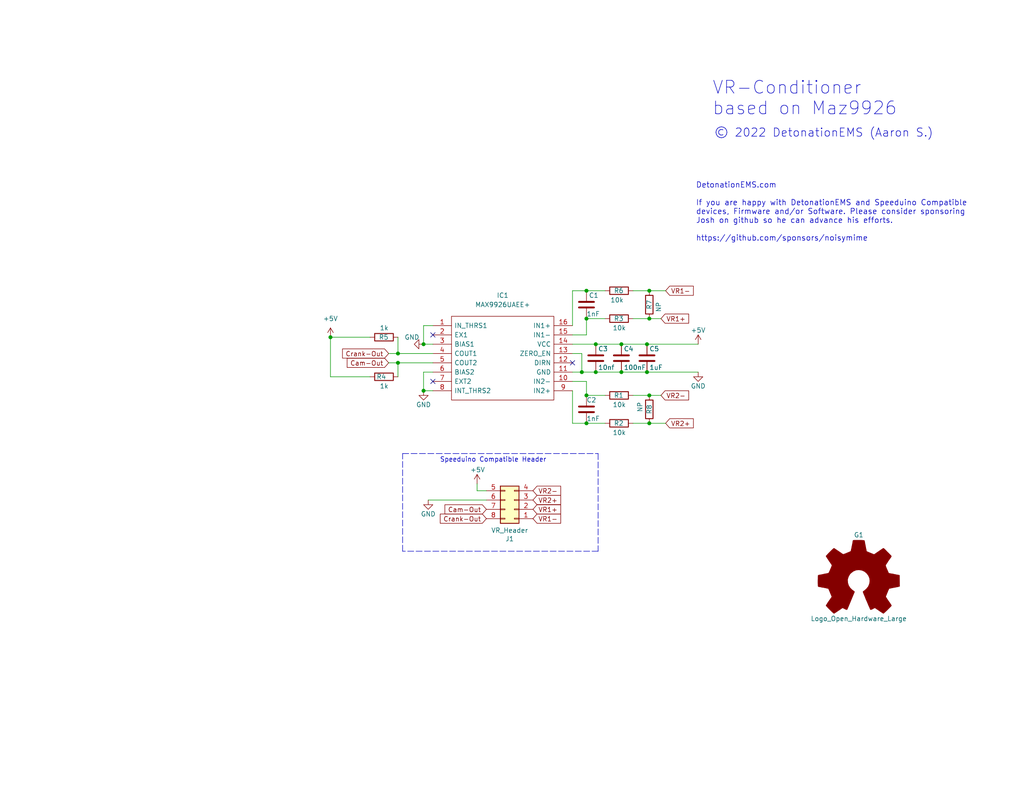
<source format=kicad_sch>
(kicad_sch (version 20211123) (generator eeschema)
  (paper "USLetter")
  (title_block (title "VR-Conditioner") (date "2022-10-26") (rev "1") (company "DetonationEMS") (comment 1 "detonationems.com"))
  (lib_symbols
    (symbol "Connector_Generic:Conn_02x04_Counter_Clockwise" (pin_names (offset 1.016) hide)
      (property "Reference" "J" (at 1.27 5.08 0))
      (property "Value" "Conn_02x04_Counter_Clockwise" (at 1.27 -7.62 0))
      (symbol "Conn_02x04_Counter_Clockwise_1_1"
        (rectangle (start -1.27 -4.953) (end 0 -5.207) (stroke (width 0.1524)))
        (rectangle (start -1.27 -2.413) (end 0 -2.667) (stroke (width 0.1524)))
        (rectangle (start -1.27 0.127) (end 0 -0.127) (stroke (width 0.1524)))
        (rectangle (start -1.27 2.667) (end 0 2.413) (stroke (width 0.1524)))
        (rectangle (start -1.27 3.81) (end 3.81 -6.35) (stroke (width 0.254)) (fill (type background)))
        (rectangle (start 3.81 -4.953) (end 2.54 -5.207) (stroke (width 0.1524)))
        (rectangle (start 3.81 -2.413) (end 2.54 -2.667) (stroke (width 0.1524)))
        (rectangle (start 3.81 0.127) (end 2.54 -0.127) (stroke (width 0.1524)))
        (rectangle (start 3.81 2.667) (end 2.54 2.413) (stroke (width 0.1524)))
        (pin passive line (at -5.08 2.54 0) (length 3.81) (name "Pin_1") (number "1"))
        (pin passive line (at -5.08 0 0) (length 3.81) (name "Pin_2") (number "2"))
        (pin passive line (at -5.08 -2.54 0) (length 3.81) (name "Pin_3") (number "3"))
        (pin passive line (at -5.08 -5.08 0) (length 3.81) (name "Pin_4") (number "4"))
        (pin passive line (at 7.62 -5.08 180) (length 3.81) (name "Pin_5") (number "5"))
        (pin passive line (at 7.62 -2.54 180) (length 3.81) (name "Pin_6") (number "6"))
        (pin passive line (at 7.62 0 180) (length 3.81) (name "Pin_7") (number "7"))
        (pin passive line (at 7.62 2.54 180) (length 3.81) (name "Pin_8") (number "8"))
      )
    )
    (symbol "Device:C" (pin_numbers hide) (pin_names (offset 0.254))
      (property "Reference" "C" (at 0.635 2.54 0))
      (property "Value" "C" (at 0.635 -2.54 0))
      (symbol "C_0_1"
        (polyline (pts (xy -2.032 -0.762) (xy 2.032 -0.762)) (stroke (width 0.508)))
        (polyline (pts (xy -2.032 0.762) (xy 2.032 0.762)) (stroke (width 0.508)))
      )
      (symbol "C_1_1"
        (pin passive line (at 0 3.81 270) (length 2.794) (name "~") (number "1"))
        (pin passive line (at 0 -3.81 90) (length 2.794) (name "~") (number "2"))
      )
    )
    (symbol "Device:R" (pin_numbers hide) (pin_names (offset 0))
      (property "Reference" "R" (at 2.032 0 90))
      (property "Value" "R" (at 0 0 90))
      (symbol "R_0_1"
        (rectangle (start -1.016 -2.54) (end 1.016 2.54) (stroke (width 0.254)))
      )
      (symbol "R_1_1"
        (pin passive line (at 0 3.81 270) (length 1.27) (name "~") (number "1"))
        (pin passive line (at 0 -3.81 90) (length 1.27) (name "~") (number "2"))
      )
    )
    (symbol "Graphic:Logo_Open_Hardware_Large" (pin_names (offset 1.016))
      (symbol "Logo_Open_Hardware_Large_1_1"
        (polyline (pts (xy 6.731 -8.7122) (xy 6.6294 -8.6614) (xy 6.35 -8.4836) (xy 5.9944 -8.255) (xy 5.5372 -7.9502) (xy 5.1054 -7.6454) (xy 4.7498 -7.4168) (xy 4.4958 -7.239) (xy 4.3942 -7.1882) (xy 4.318 -7.2136) (xy 4.1148 -7.3152) (xy 3.81 -7.4676) (xy 3.6322 -7.5692) (xy 3.3528 -7.6708) (xy 3.2258 -7.6962) (xy 3.2004 -7.6708) (xy 3.0988 -7.4676) (xy 2.9464 -7.0866) (xy 2.7178 -6.604) (xy 2.4892 -6.0452) (xy 2.2352 -5.4356) (xy 1.9558 -4.826) (xy 1.7272 -4.2164) (xy 1.4986 -3.683) (xy 1.3208 -3.2512) (xy 1.2192 -2.9464) (xy 1.1684 -2.8194) (xy 1.1938 -2.794) (xy 1.3208 -2.667) (xy 1.5748 -2.4892) (xy 2.0828 -2.0574) (xy 2.6162 -1.397) (xy 2.921 -0.6604) (xy 3.048 0.1524) (xy 2.9464 0.9144) (xy 2.6416 1.6256) (xy 2.1336 2.286) (xy 1.524 2.7686) (xy 0.8128 3.0734) (xy 0 3.175) (xy -0.762 3.0988) (xy -1.4986 2.794) (xy -2.159 2.286) (xy -2.4384 1.9812) (xy -2.8194 1.3208) (xy -3.048 0.6096) (xy -3.0734 0.4318) (xy -3.0226 -0.3556) (xy -2.794 -1.0922) (xy -2.3876 -1.7526) (xy -1.8288 -2.3114) (xy -1.7526 -2.3622) (xy -1.4732 -2.5654) (xy -1.2954 -2.6924) (xy -1.1684 -2.8194) (xy -2.159 -5.207) (xy -2.3114 -5.588) (xy -2.5908 -6.2484) (xy -2.8194 -6.8072) (xy -3.0226 -7.2644) (xy -3.1496 -7.5692) (xy -3.2258 -7.6708) (xy -3.2258 -7.6962) (xy -3.302 -7.6962) (xy -3.4798 -7.6454) (xy -3.8354 -7.4676) (xy -4.0386 -7.366) (xy -4.2926 -7.239) (xy -4.4196 -7.1882) (xy -4.5212 -7.239) (xy -4.7498 -7.3914) (xy -5.1054 -7.6454) (xy -5.5372 -7.9248) (xy -5.9436 -8.2042) (xy -6.3246 -8.4582) (xy -6.604 -8.636) (xy -6.731 -8.7122) (xy -6.7564 -8.7122) (xy -6.858 -8.636) (xy -7.0866 -8.4582) (xy -7.4168 -8.1534) (xy -7.874 -7.6962) (xy -7.9502 -7.62) (xy -8.3312 -7.239) (xy -8.636 -6.9088) (xy -8.8392 -6.6802) (xy -8.9154 -6.5786) (xy -8.9154 -6.5786) (xy -8.8392 -6.4516) (xy -8.6614 -6.1722) (xy -8.4328 -5.7912) (xy -8.128 -5.3594) (xy -7.3152 -4.191) (xy -7.7724 -3.0988) (xy -7.8994 -2.7686) (xy -8.0772 -2.3622) (xy -8.2042 -2.0828) (xy -8.255 -1.9558) (xy -8.382 -1.905) (xy -8.6614 -1.8542) (xy -9.0932 -1.7526) (xy -9.6266 -1.651) (xy -10.1092 -1.5748) (xy -10.541 -1.4732) (xy -10.8712 -1.4224) (xy -11.0236 -1.397) (xy -11.049 -1.3716) (xy -11.0744 -1.2954) (xy -11.0998 -1.143) (xy -11.0998 -0.889) (xy -11.1252 -0.4572) (xy -11.1252 0.1524) (xy -11.1252 0.2286) (xy -11.0998 0.8128) (xy -11.0998 1.27) (xy -11.0744 1.5494) (xy -11.0744 1.6764) (xy -11.0744 1.6764) (xy -10.922 1.7018) (xy -10.6172 1.778) (xy -10.16 1.8542) (xy -9.652 1.9558) (xy -9.6012 1.9812) (xy -9.0932 2.0828) (xy -8.636 2.159) (xy -8.3312 2.2352) (xy -8.2042 2.286) (xy -8.1788 2.3114) (xy -8.0772 2.5146) (xy -7.9248 2.8448) (xy -7.747 3.2512) (xy -7.5692 3.6576) (xy -7.4168 4.0386) (xy -7.3152 4.318) (xy -7.2898 4.445) (xy -7.2898 4.445) (xy -7.366 4.572) (xy -7.5438 4.826) (xy -7.7978 5.207) (xy -8.128 5.6642) (xy -8.128 5.6896) (xy -8.4328 6.1468) (xy -8.6868 6.5278) (xy -8.8392 6.7818) (xy -8.9154 6.9088) (xy -8.9154 6.9088) (xy -8.8138 7.0358) (xy -8.5852 7.2898) (xy -8.255 7.6454) (xy -7.874 8.0264) (xy -7.747 8.1534) (xy -7.3152 8.5852) (xy -7.0104 8.8646) (xy -6.8326 8.9916) (xy -6.731 9.0424) (xy -6.731 9.0424) (xy -6.604 8.9408) (xy -6.3246 8.763) (xy -5.9436 8.509) (xy -5.4864 8.2042) (xy -5.461 8.1788) (xy -5.0038 7.874) (xy -4.6482 7.62) (xy -4.3688 7.4422) (xy -4.2672 7.3914) (xy -4.2418 7.3914) (xy -4.064 7.4422) (xy -3.7338 7.5438) (xy -3.3528 7.6962) (xy -2.9464 7.874) (xy -2.5654 8.0264) (xy -2.286 8.1534) (xy -2.159 8.2296) (xy -2.159 8.2296) (xy -2.1082 8.382) (xy -2.032 8.7122) (xy -1.9304 9.1694) (xy -1.8288 9.7282) (xy -1.8034 9.8044) (xy -1.7018 10.3378) (xy -1.6256 10.7696) (xy -1.5748 11.0744) (xy -1.524 11.2014) (xy -1.4478 11.2268) (xy -1.1938 11.2522) (xy -0.8128 11.2522) (xy -0.3302 11.2522) (xy 0.1524 11.2522) (xy 0.6604 11.2522) (xy 1.0668 11.2268) (xy 1.3716 11.2014) (xy 1.4986 11.176) (xy 1.4986 11.176) (xy 1.5494 11.0236) (xy 1.6256 10.6934) (xy 1.7018 10.2108) (xy 1.8288 9.6774) (xy 1.8288 9.5758) (xy 1.9304 9.0424) (xy 2.032 8.6106) (xy 2.0828 8.3058) (xy 2.1336 8.2042) (xy 2.159 8.1788) (xy 2.3876 8.0772) (xy 2.7432 7.9248) (xy 3.175 7.747) (xy 4.191 7.3406) (xy 5.461 8.2042) (xy 5.5626 8.2804) (xy 6.0198 8.5852) (xy 6.3754 8.8392) (xy 6.6294 8.9916) (xy 6.7564 9.0424) (xy 6.7564 9.0424) (xy 6.8834 8.9408) (xy 7.1374 8.7122) (xy 7.4676 8.382) (xy 7.8486 7.9756) (xy 8.1534 7.6962) (xy 8.4836 7.3406) (xy 8.7122 7.112) (xy 8.8392 6.9596) (xy 8.8646 6.858) (xy 8.8646 6.8072) (xy 8.7884 6.6802) (xy 8.6106 6.4008) (xy 8.3312 6.0198) (xy 8.0264 5.588) (xy 7.7978 5.207) (xy 7.5184 4.8006) (xy 7.3406 4.4958) (xy 7.2898 4.3434) (xy 7.2898 4.2926) (xy 7.3914 4.0386) (xy 7.5184 3.683) (xy 7.7216 3.2258) (xy 8.1534 2.2352) (xy 8.7884 2.1082) (xy 9.1948 2.0574) (xy 9.7536 1.9304) (xy 10.2616 1.8288) (xy 11.0998 1.6764) (xy 11.1252 -1.3208) (xy 10.9982 -1.3716) (xy 10.8712 -1.397) (xy 10.5664 -1.4732) (xy 10.1346 -1.5494) (xy 9.6266 -1.651) (xy 9.1948 -1.7272) (xy 8.7376 -1.8288) (xy 8.4328 -1.8796) (xy 8.2804 -1.905) (xy 8.255 -1.9558) (xy 8.1534 -2.159) (xy 7.9756 -2.5146) (xy 7.8232 -2.921) (xy 7.6454 -3.3274) (xy 7.493 -3.7338) (xy 7.366 -4.0132) (xy 7.3406 -4.191) (xy 7.3914 -4.2926) (xy 7.5692 -4.5466) (xy 7.7978 -4.9276) (xy 8.1026 -5.3594) (xy 8.4074 -5.7912) (xy 8.6614 -6.1722) (xy 8.8138 -6.4262) (xy 8.89 -6.5532) (xy 8.8646 -6.6548) (xy 8.6868 -6.858) (xy 8.3566 -7.1882) (xy 7.874 -7.6708) (xy 7.7978 -7.747) (xy 7.3914 -8.128) (xy 7.0612 -8.4328) (xy 6.8326 -8.636) (xy 6.731 -8.7122)) (fill (type outline)))
      )
    )
    (symbol "MAX9926UAEE+:MAX9926UAEE+" (pin_names (offset 0.762))
      (property "Reference" "IC" (at 34.29 7.62 0))
      (property "Value" "MAX9926UAEE+" (at 34.29 5.08 0))
      (symbol "MAX9926UAEE+_0_0"
        (pin passive line (at 0 0 0) (length 5.08) (name "IN_THRS1") (number "1"))
        (pin passive line (at 38.1 -15.24 180) (length 5.08) (name "IN2-") (number "10"))
        (pin passive line (at 38.1 -12.7 180) (length 5.08) (name "GND") (number "11"))
        (pin passive line (at 38.1 -10.16 180) (length 5.08) (name "DIRN") (number "12"))
        (pin passive line (at 38.1 -7.62 180) (length 5.08) (name "ZERO_EN") (number "13"))
        (pin passive line (at 38.1 -5.08 180) (length 5.08) (name "VCC") (number "14"))
        (pin passive line (at 38.1 -2.54 180) (length 5.08) (name "IN1-") (number "15"))
        (pin passive line (at 38.1 0 180) (length 5.08) (name "IN1+") (number "16"))
        (pin passive line (at 0 -2.54 0) (length 5.08) (name "EX1") (number "2"))
        (pin passive line (at 0 -5.08 0) (length 5.08) (name "BIAS1") (number "3"))
        (pin passive line (at 0 -7.62 0) (length 5.08) (name "COUT1") (number "4"))
        (pin passive line (at 0 -10.16 0) (length 5.08) (name "COUT2") (number "5"))
        (pin passive line (at 0 -12.7 0) (length 5.08) (name "BIAS2") (number "6"))
        (pin passive line (at 0 -15.24 0) (length 5.08) (name "EXT2") (number "7"))
        (pin passive line (at 0 -17.78 0) (length 5.08) (name "INT_THRS2") (number "8"))
        (pin passive line (at 38.1 -17.78 180) (length 5.08) (name "IN2+") (number "9"))
      )
      (symbol "MAX9926UAEE+_0_1"
        (polyline (pts (xy 5.08 2.54) (xy 33.02 2.54) (xy 33.02 -20.32) (xy 5.08 -20.32) (xy 5.08 2.54)) (stroke (width 0.1524)))
      )
    )
    (symbol "power:+5V" (power) (pin_names (offset 0))
      (property "Value" "+5V" (at 0 3.556 0))
      (symbol "+5V_0_1"
        (polyline (pts (xy -0.762 1.27) (xy 0 2.54)))
        (polyline (pts (xy 0 0) (xy 0 2.54)))
        (polyline (pts (xy 0 2.54) (xy 0.762 1.27)))
      )
      (symbol "+5V_1_1"
        (pin power_in line (at 0 0 90) (length 0) hide (name "+5V") (number "1"))
      )
    )
    (symbol "power:GND" (power) (pin_names (offset 0))
      (property "Value" "GND" (at 0 -3.81 0))
      (symbol "GND_0_1"
        (polyline (pts (xy 0 0) (xy 0 -1.27) (xy 1.27 -1.27) (xy 0 -2.54) (xy -1.27 -1.27) (xy 0 -1.27)))
      )
      (symbol "GND_1_1"
        (pin power_in line (at 0 0 270) (length 0) hide (name "GND") (number "1"))
      )
    )
  )
  (junction (at 160.02 107.95))
  (junction (at 160.02 115.57))
  (junction (at 169.545 101.6))
  (junction (at 160.02 79.375))
  (junction (at 108.585 96.52))
  (junction (at 162.56 101.6))
  (junction (at 177.165 79.375))
  (junction (at 177.165 115.57))
  (junction (at 115.57 93.98))
  (junction (at 160.02 86.995))
  (junction (at 169.545 93.98))
  (junction (at 115.57 106.68))
  (junction (at 176.53 93.98))
  (junction (at 90.17 92.075))
  (junction (at 158.75 101.6))
  (junction (at 108.585 99.06))
  (junction (at 177.165 107.95))
  (junction (at 176.53 101.6))
  (junction (at 177.165 86.995))
  (junction (at 162.56 93.98))
  (no_connect (at 156.21 99.06))
  (no_connect (at 118.11 104.14))
  (no_connect (at 118.11 91.44))
  (polyline (pts (xy 109.855 123.825) (xy 163.195 123.825)))
  (wire (pts (xy 100.965 102.87) (xy 90.17 102.87)))
  (wire (pts (xy 160.02 91.44) (xy 156.21 91.44)))
  (wire (pts (xy 118.11 106.68) (xy 115.57 106.68)))
  (wire (pts (xy 108.585 99.06) (xy 118.11 99.06)))
  (wire (pts (xy 115.57 93.98) (xy 118.11 93.98)))
  (wire (pts (xy 169.545 93.98) (xy 176.53 93.98)))
  (wire (pts (xy 132.715 133.985) (xy 130.175 133.985)))
  (wire (pts (xy 108.585 102.87) (xy 108.585 99.06)))
  (wire (pts (xy 160.02 86.995) (xy 160.02 91.44)))
  (wire (pts (xy 176.53 93.98) (xy 190.5 93.98)))
  (wire (pts (xy 156.21 93.98) (xy 162.56 93.98)))
  (wire (pts (xy 116.84 136.525) (xy 132.715 136.525)))
  (wire (pts (xy 160.02 107.95) (xy 165.1 107.95)))
  (wire (pts (xy 162.56 101.6) (xy 158.75 101.6)))
  (wire (pts (xy 108.585 96.52) (xy 118.11 96.52)))
  (polyline (pts (xy 163.195 150.495) (xy 109.855 150.495)))
  (wire (pts (xy 90.17 92.075) (xy 100.965 92.075)))
  (wire (pts (xy 115.57 88.9) (xy 115.57 93.98)))
  (wire (pts (xy 156.21 79.375) (xy 160.02 79.375)))
  (wire (pts (xy 176.53 101.6) (xy 190.5 101.6)))
  (wire (pts (xy 160.02 104.14) (xy 160.02 107.95)))
  (wire (pts (xy 177.165 107.95) (xy 180.34 107.95)))
  (wire (pts (xy 158.75 96.52) (xy 156.21 96.52)))
  (wire (pts (xy 160.02 79.375) (xy 165.1 79.375)))
  (wire (pts (xy 156.21 115.57) (xy 160.02 115.57)))
  (wire (pts (xy 160.02 104.14) (xy 156.21 104.14)))
  (wire (pts (xy 106.045 99.06) (xy 108.585 99.06)))
  (wire (pts (xy 172.72 86.995) (xy 177.165 86.995)))
  (wire (pts (xy 115.57 88.9) (xy 118.11 88.9)))
  (wire (pts (xy 115.57 101.6) (xy 115.57 106.68)))
  (wire (pts (xy 156.21 106.68) (xy 156.21 115.57)))
  (wire (pts (xy 158.75 96.52) (xy 158.75 101.6)))
  (polyline (pts (xy 163.195 123.825) (xy 163.195 150.495)))
  (wire (pts (xy 169.545 101.6) (xy 176.53 101.6)))
  (wire (pts (xy 108.585 92.075) (xy 108.585 96.52)))
  (wire (pts (xy 162.56 93.98) (xy 169.545 93.98)))
  (wire (pts (xy 106.045 96.52) (xy 108.585 96.52)))
  (polyline (pts (xy 109.855 150.495) (xy 109.855 123.825)))
  (wire (pts (xy 130.175 133.985) (xy 130.175 132.08)))
  (wire (pts (xy 156.21 101.6) (xy 158.75 101.6)))
  (wire (pts (xy 177.165 86.995) (xy 180.34 86.995)))
  (wire (pts (xy 90.17 102.87) (xy 90.17 92.075)))
  (wire (pts (xy 172.72 115.57) (xy 177.165 115.57)))
  (wire (pts (xy 160.02 115.57) (xy 165.1 115.57)))
  (wire (pts (xy 177.165 79.375) (xy 181.61 79.375)))
  (wire (pts (xy 172.72 79.375) (xy 177.165 79.375)))
  (wire (pts (xy 172.72 107.95) (xy 177.165 107.95)))
  (wire (pts (xy 156.21 79.375) (xy 156.21 88.9)))
  (wire (pts (xy 160.02 86.995) (xy 165.1 86.995)))
  (wire (pts (xy 162.56 101.6) (xy 169.545 101.6)))
  (wire (pts (xy 177.165 115.57) (xy 181.61 115.57)))
  (wire (pts (xy 115.57 101.6) (xy 118.11 101.6)))
  (text "© 2022 DetonationEMS (Aaron S.)" (at 194.818 37.719 0) (effects (font (size 2.25 2.25)) (justify left bottom)))
  (text "DetonationEMS.com\n\nIf you are happy with DetonationEMS and Speeduino Compatible\ndevices, Firmware and/or Software. Please consider sponsoring\nJosh on github so he can advance his efforts.\n\nhttps://github.com/sponsors/noisymime" (at 189.865 66.04 0) (effects (font (size 1.5 1.5)) (justify left bottom)))
  (text "Speeduino Compatible Header" (at 120.015 126.365 0) (effects (font (size 1.27 1.27)) (justify left bottom)))
  (text "VR-Conditioner\nbased on Maz9926" (at 194.31 31.75 0) (effects (font (size 3.5 3.5)) (justify left bottom)))
  (global_label "Cam-Out" (shape input) (at 106.045 99.06 180) (property "Intersheet References" "${INTERSHEET_REFS}" (effects hide)))
  (global_label "VR1+" (shape input) (at 145.415 139.065 0) (property "Intersheet References" "${INTERSHEET_REFS}" (effects hide)))
  (global_label "VR1-" (shape input) (at 145.415 141.605 0) (property "Intersheet References" "${INTERSHEET_REFS}" (effects hide)))
  (global_label "Crank-Out" (shape input) (at 106.045 96.52 180) (property "Intersheet References" "${INTERSHEET_REFS}" (effects hide)))
  (global_label "VR1-" (shape input) (at 181.61 79.375 0) (property "Intersheet References" "${INTERSHEET_REFS}" (effects hide)))
  (global_label "VR2+" (shape input) (at 181.61 115.57 0) (property "Intersheet References" "${INTERSHEET_REFS}" (effects hide)))
  (global_label "VR2-" (shape input) (at 145.415 133.985 0) (property "Intersheet References" "${INTERSHEET_REFS}" (effects hide)))
  (global_label "Cam-Out" (shape input) (at 132.715 139.065 180) (property "Intersheet References" "${INTERSHEET_REFS}" (effects hide)))
  (global_label "VR1+" (shape input) (at 180.34 86.995 0) (property "Intersheet References" "${INTERSHEET_REFS}" (effects hide)))
  (global_label "VR2+" (shape input) (at 145.415 136.525 0) (property "Intersheet References" "${INTERSHEET_REFS}" (effects hide)))
  (global_label "VR2-" (shape input) (at 180.34 107.95 0) (property "Intersheet References" "${INTERSHEET_REFS}" (effects hide)))
  (global_label "Crank-Out" (shape input) (at 132.715 141.605 180) (property "Intersheet References" "${INTERSHEET_REFS}" (effects hide)))
  (symbol (lib_id "MAX9926UAEE+:MAX9926UAEE+") (at 118.11 88.9 0) (unit 1)
    (property "Reference" "IC1" (at 137.16 80.645 0))
    (property "Value" "MAX9926UAEE+" (at 137.16 83.185 0))
    (property "Footprint" "Detonation:SOP64P602X175-16N" (effects hide))
    (property "Datasheet" "https://datasheets.maximintegrated.com/en/ds/MAX9924-MAX9927.pdf" (effects hide))
    (property "MFG Part Num" "MAX9926UAEE+" (effects hide))
  )
  (symbol (lib_id "power:+5V") (at 130.175 132.08 0) (unit 1)
    (property "Reference" "#PWR0102" (effects hide))
    (property "Value" "+5V" (at 128.27 128.27 0) (effects (justify left)))
  )
  (symbol (lib_id "Device:R") (at 168.91 115.57 90) (unit 1)
    (property "Reference" "R2" (at 170.18 115.57 90) (effects (justify left)))
    (property "Value" "10k" (at 170.815 118.11 90) (effects (justify left)))
    (property "Footprint" "Resistor_SMD:R_1206_3216Metric" (effects hide))
    (property "LCSC" "C17902" (effects hide))
  )
  (symbol (lib_id "Device:R") (at 177.165 111.76 180) (unit 1)
    (property "Reference" "R8" (at 177.165 111.76 90))
    (property "Value" "NP" (at 174.625 111.125 90))
    (property "Footprint" "Resistor_THT:R_Axial_DIN0207_L6.3mm_D2.5mm_P7.62mm_Horizontal" (effects hide))
  )
  (symbol (lib_id "Device:R") (at 168.91 107.95 90) (unit 1)
    (property "Reference" "R1" (at 170.18 107.95 90) (effects (justify left)))
    (property "Value" "10k" (at 170.815 110.49 90) (effects (justify left)))
    (property "Footprint" "Resistor_SMD:R_1206_3216Metric" (effects hide))
    (property "LCSC" "C17902" (effects hide))
  )
  (symbol (lib_id "power:GND") (at 115.57 93.98 270) (unit 1)
    (property "Reference" "#PWR0106" (effects hide))
    (property "Value" "GND" (at 112.395 92.075 90))
  )
  (symbol (lib_id "power:+5V") (at 190.5 93.98 0) (unit 1)
    (property "Reference" "#PWR0103" (effects hide))
    (property "Value" "+5V" (at 190.5 90.17 0))
  )
  (symbol (lib_id "Graphic:Logo_Open_Hardware_Large") (at 234.315 158.75 0) (unit 1)
    (property "Reference" "G1" (at 234.315 146.05 0))
    (property "Value" "Logo_Open_Hardware_Large" (at 234.315 168.91 0))
    (property "Footprint" "Detonation-Logos:SpeeduinoCompatible-17mm" (effects hide))
  )
  (symbol (lib_id "Device:R") (at 104.775 92.075 90) (unit 1)
    (property "Reference" "R5" (at 106.045 92.075 90) (effects (justify left)))
    (property "Value" "1k" (at 106.045 89.535 90) (effects (justify left)))
    (property "Footprint" "Resistor_SMD:R_0402_1005Metric" (effects hide))
    (property "Description" "Thick Film; +/-1% 0.2W" (effects hide))
    (property "LCSC" "C11702" (effects hide))
  )
  (symbol (lib_id "power:GND") (at 116.84 136.525 0) (unit 1)
    (property "Reference" "#PWR0101" (effects hide))
    (property "Value" "GND" (at 116.84 140.335 0))
  )
  (symbol (lib_id "power:GND") (at 115.57 106.68 0) (unit 1)
    (property "Reference" "#PWR0105" (effects hide))
    (property "Value" "GND" (at 115.57 110.49 0))
  )
  (symbol (lib_id "power:+5V") (at 90.17 92.075 0) (unit 1)
    (property "Reference" "#PWR0107" (effects hide))
    (property "Value" "+5V" (at 90.17 86.995 0))
  )
  (symbol (lib_id "power:GND") (at 190.5 101.6 0) (unit 1)
    (property "Reference" "#PWR0104" (effects hide))
    (property "Value" "GND" (at 190.5 105.41 0))
  )
  (symbol (lib_id "Device:R") (at 104.775 102.87 90) (unit 1)
    (property "Reference" "R4" (at 105.41 102.87 90) (effects (justify left)))
    (property "Value" "1k" (at 106.045 105.41 90) (effects (justify left)))
    (property "Footprint" "Resistor_SMD:R_0402_1005Metric" (effects hide))
    (property "LCSC" "C11702" (effects hide))
  )
  (symbol (lib_id "Device:R") (at 168.91 86.995 90) (unit 1)
    (property "Reference" "R3" (at 170.18 86.995 90) (effects (justify left)))
    (property "Value" "10k" (at 170.815 89.535 90) (effects (justify left)))
    (property "Footprint" "Resistor_SMD:R_1206_3216Metric" (effects hide))
    (property "LCSC" "C17902" (effects hide))
  )
  (symbol (lib_id "Device:C") (at 162.56 97.79 0) (unit 1)
    (property "Reference" "C3" (at 163.195 95.25 0) (effects (justify left)))
    (property "Value" "10nf" (at 163.195 100.33 0) (effects (justify left)))
    (property "Footprint" "Capacitor_SMD:C_0603_1608Metric" (effects hide))
    (property "LCSC" "C57112" (effects hide))
  )
  (symbol (lib_id "Connector_Generic:Conn_02x04_Counter_Clockwise") (at 140.335 139.065 180) (unit 1) (in_bom no)
    (property "Reference" "J1" (at 139.065 147.1168 0))
    (property "Value" "VR_Header" (at 139.065 144.8054 0))
    (property "Footprint" "Detonation:Socket_VRConditioner" (effects hide))
  )
  (symbol (lib_id "Device:C") (at 160.02 83.185 0) (unit 1)
    (property "Reference" "C1" (at 160.655 80.645 0) (effects (justify left)))
    (property "Value" "1nF" (at 160.02 85.725 0) (effects (justify left)))
    (property "Footprint" "Capacitor_SMD:C_0603_1608Metric" (effects hide))
    (property "LCSC" "C1588" (effects hide))
  )
  (symbol (lib_id "Device:C") (at 160.02 111.76 0) (unit 1)
    (property "Reference" "C2" (at 160.02 109.22 0) (effects (justify left)))
    (property "Value" "1nF" (at 160.02 114.3 0) (effects (justify left)))
    (property "Footprint" "Capacitor_SMD:C_0603_1608Metric" (effects hide))
    (property "LCSC" "C1588" (effects hide))
  )
  (symbol (lib_id "Device:R") (at 177.165 83.185 0) (unit 1)
    (property "Reference" "R7" (at 177.165 83.185 90))
    (property "Value" "NP" (at 179.705 83.82 90))
    (property "Footprint" "Resistor_THT:R_Axial_DIN0207_L6.3mm_D2.5mm_P7.62mm_Horizontal" (effects hide))
  )
  (symbol (lib_id "Device:C") (at 169.545 97.79 0) (unit 1)
    (property "Reference" "C4" (at 170.18 95.25 0) (effects (justify left)))
    (property "Value" "100nF" (at 170.18 100.33 0) (effects (justify left)))
    (property "Footprint" "Capacitor_SMD:C_0603_1608Metric" (effects hide))
    (property "LCSC" "C14663" (effects hide))
  )
  (symbol (lib_id "Device:C") (at 176.53 97.79 0) (unit 1)
    (property "Reference" "C5" (at 177.165 95.25 0) (effects (justify left)))
    (property "Value" "1uF" (at 177.165 100.33 0) (effects (justify left)))
    (property "Footprint" "Capacitor_SMD:C_0603_1608Metric" (effects hide))
    (property "LCSC" "C15849" (effects hide))
  )
  (symbol (lib_id "Device:R") (at 168.91 79.375 90) (unit 1)
    (property "Reference" "R6" (at 170.18 79.375 90) (effects (justify left)))
    (property "Value" "10k" (at 170.18 81.915 90) (effects (justify left)))
    (property "Footprint" "Resistor_SMD:R_1206_3216Metric" (effects hide))
    (property "LCSC" "C17902" (effects hide))
  )
)
</source>
